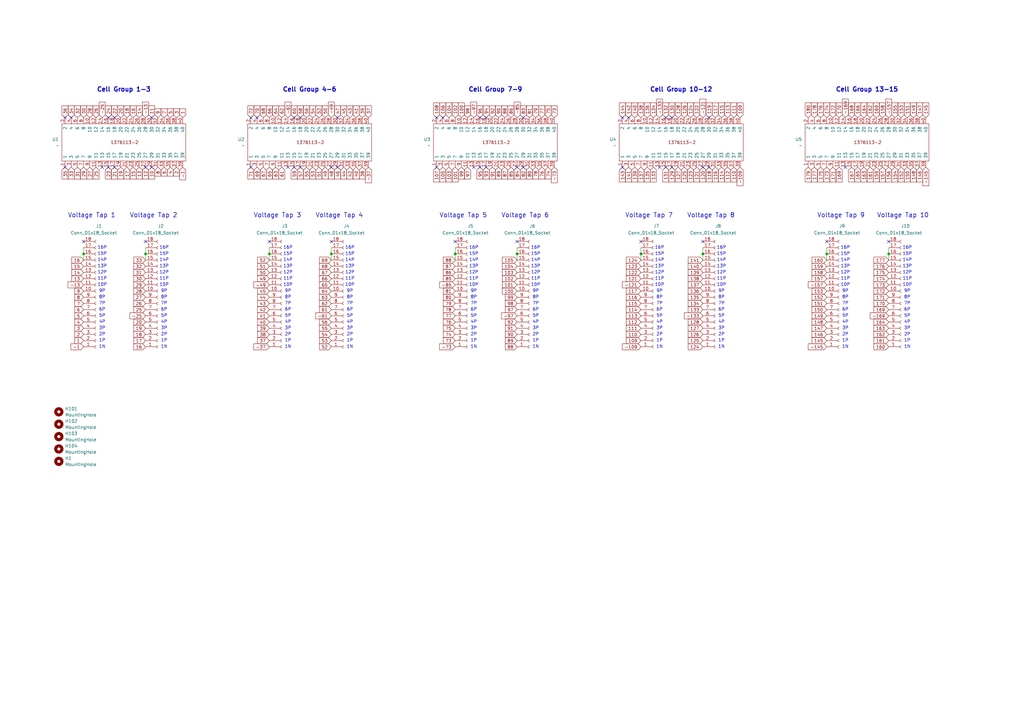
<source format=kicad_sch>
(kicad_sch (version 20250114) (generator "eeschema") (generator_version "9.0")
  (paper "A3")
  (text "2P" (at 67.31 137.16 0) (effects (font (size 1.27 1.27))))
  (text "Voltage Tap 10" (at 370.332 88.392 0) (effects (font (size 1.8288 1.8288) (thickness 0.2032))))
  (text "9P" (at 372.11 119.38 0) (effects (font (size 1.27 1.27))))
  (text "6P" (at 41.91 127 0) (effects (font (size 1.27 1.27))))
  (text "6P" (at 270.51 127 0) (effects (font (size 1.27 1.27))))
  (text "9P" (at 194.31 119.38 0) (effects (font (size 1.27 1.27))))
  (text "1P\n" (at 219.71 139.7 0) (effects (font (size 1.27 1.27))))
  (text "5P" (at 194.31 129.54 0) (effects (font (size 1.27 1.27))))
  (text "Voltage Tap 9" (at 344.932 88.392 0) (effects (font (size 1.8288 1.8288) (thickness 0.2032))))
  (text "4P" (at 41.91 132.08 0) (effects (font (size 1.27 1.27))))
  (text "10P" (at 143.51 116.84 0) (effects (font (size 1.27 1.27))))
  (text "12P" (at 270.51 111.76 0) (effects (font (size 1.27 1.27))))
  (text "15P" (at 372.11 104.14 0) (effects (font (size 1.27 1.27))))
  (text "4P" (at 118.11 132.08 0) (effects (font (size 1.27 1.27))))
  (text "Voltage Tap 7" (at 266.192 88.392 0) (effects (font (size 1.8288 1.8288) (thickness 0.2032))))
  (text "15P" (at 346.71 104.14 0) (effects (font (size 1.27 1.27))))
  (text "15P" (at 295.91 104.14 0) (effects (font (size 1.27 1.27))))
  (text "2P" (at 219.71 137.16 0) (effects (font (size 1.27 1.27))))
  (text "10P" (at 270.51 116.84 0) (effects (font (size 1.27 1.27))))
  (text "13P" (at 41.91 109.22 0) (effects (font (size 1.27 1.27))))
  (text "1P\n" (at 346.71 139.7 0) (effects (font (size 1.27 1.27))))
  (text "1N" (at 143.51 142.24 0) (effects (font (size 1.27 1.27))))
  (text "Cell Group 7-9" (at 203.2 36.83 0) (effects (font (size 1.8288 1.8288) (thickness 0.3658) (bold yes))))
  (text "Cell Group 10-12" (at 279.4 36.83 0) (effects (font (size 1.8288 1.8288) (thickness 0.3658) (bold yes))))
  (text "1P\n" (at 194.31 139.7 0) (effects (font (size 1.27 1.27))))
  (text "16P" (at 270.51 101.6 0) (effects (font (size 1.27 1.27))))
  (text "2P" (at 346.71 137.16 0) (effects (font (size 1.27 1.27))))
  (text "7P\n" (at 295.91 124.46 0) (effects (font (size 1.27 1.27))))
  (text "5P" (at 346.71 129.54 0) (effects (font (size 1.27 1.27))))
  (text "8P" (at 219.71 121.92 0) (effects (font (size 1.27 1.27))))
  (text "1P\n" (at 270.51 139.7 0) (effects (font (size 1.27 1.27))))
  (text "16P" (at 372.11 101.6 0) (effects (font (size 1.27 1.27))))
  (text "1N" (at 219.71 142.24 0) (effects (font (size 1.27 1.27))))
  (text "9P" (at 41.91 119.38 0) (effects (font (size 1.27 1.27))))
  (text "4P" (at 67.31 132.08 0) (effects (font (size 1.27 1.27))))
  (text "2P" (at 41.91 137.16 0) (effects (font (size 1.27 1.27))))
  (text "11P" (at 41.91 114.3 0) (effects (font (size 1.27 1.27))))
  (text "5P" (at 372.11 129.54 0) (effects (font (size 1.27 1.27))))
  (text "8P" (at 118.11 121.92 0) (effects (font (size 1.27 1.27))))
  (text "4P" (at 346.71 132.08 0) (effects (font (size 1.27 1.27))))
  (text "11P" (at 219.71 114.3 0) (effects (font (size 1.27 1.27))))
  (text "1N" (at 346.71 142.24 0) (effects (font (size 1.27 1.27))))
  (text "1N" (at 194.31 142.24 0) (effects (font (size 1.27 1.27))))
  (text "7P\n" (at 194.31 124.46 0) (effects (font (size 1.27 1.27))))
  (text "4P" (at 219.71 132.08 0) (effects (font (size 1.27 1.27))))
  (text "13P" (at 346.71 109.22 0) (effects (font (size 1.27 1.27))))
  (text "13P" (at 194.31 109.22 0) (effects (font (size 1.27 1.27))))
  (text "11P" (at 67.31 114.3 0) (effects (font (size 1.27 1.27))))
  (text "1N" (at 67.31 142.24 0) (effects (font (size 1.27 1.27))))
  (text "2P" (at 270.51 137.16 0) (effects (font (size 1.27 1.27))))
  (text "3P" (at 118.11 134.62 0) (effects (font (size 1.27 1.27))))
  (text "16P" (at 219.71 101.6 0) (effects (font (size 1.27 1.27))))
  (text "11P" (at 270.51 114.3 0) (effects (font (size 1.27 1.27))))
  (text "11P" (at 143.51 114.3 0) (effects (font (size 1.27 1.27))))
  (text "1N" (at 270.51 142.24 0) (effects (font (size 1.27 1.27))))
  (text "14P" (at 118.11 106.68 0) (effects (font (size 1.27 1.27))))
  (text "1P\n" (at 372.11 139.7 0) (effects (font (size 1.27 1.27))))
  (text "3P" (at 346.71 134.62 0) (effects (font (size 1.27 1.27))))
  (text "12P" (at 219.71 111.76 0) (effects (font (size 1.27 1.27))))
  (text "6P" (at 346.71 127 0) (effects (font (size 1.27 1.27))))
  (text "Voltage Tap 4" (at 139.192 88.392 0) (effects (font (size 1.8288 1.8288) (thickness 0.2032))))
  (text "8P" (at 143.51 121.92 0) (effects (font (size 1.27 1.27))))
  (text "2P" (at 118.11 137.16 0) (effects (font (size 1.27 1.27))))
  (text "5P" (at 270.51 129.54 0) (effects (font (size 1.27 1.27))))
  (text "7P\n" (at 270.51 124.46 0) (effects (font (size 1.27 1.27))))
  (text "7P\n" (at 67.31 124.46 0) (effects (font (size 1.27 1.27))))
  (text "13P" (at 270.51 109.22 0) (effects (font (size 1.27 1.27))))
  (text "Cell Group 1-3\n" (at 50.8 36.83 0) (effects (font (size 1.8288 1.8288) (thickness 0.3658) (bold yes))))
  (text "3P" (at 372.11 134.62 0) (effects (font (size 1.27 1.27))))
  (text "6P" (at 67.31 127 0) (effects (font (size 1.27 1.27))))
  (text "11P" (at 194.31 114.3 0) (effects (font (size 1.27 1.27))))
  (text "7P\n" (at 143.51 124.46 0) (effects (font (size 1.27 1.27))))
  (text "14P" (at 143.51 106.68 0) (effects (font (size 1.27 1.27))))
  (text "9P" (at 143.51 119.38 0) (effects (font (size 1.27 1.27))))
  (text "1P\n" (at 295.91 139.7 0) (effects (font (size 1.27 1.27))))
  (text "12P" (at 346.71 111.76 0) (effects (font (size 1.27 1.27))))
  (text "10P" (at 41.91 116.84 0) (effects (font (size 1.27 1.27))))
  (text "14P" (at 194.31 106.68 0) (effects (font (size 1.27 1.27))))
  (text "1N" (at 295.91 142.24 0) (effects (font (size 1.27 1.27))))
  (text "10P" (at 194.31 116.84 0) (effects (font (size 1.27 1.27))))
  (text "16P" (at 143.51 101.6 0) (effects (font (size 1.27 1.27))))
  (text "7P\n" (at 346.71 124.46 0) (effects (font (size 1.27 1.27))))
  (text "1P\n" (at 41.91 139.7 0) (effects (font (size 1.27 1.27))))
  (text "11P" (at 118.11 114.3 0) (effects (font (size 1.27 1.27))))
  (text "4P" (at 295.91 132.08 0) (effects (font (size 1.27 1.27))))
  (text "8P" (at 67.31 121.92 0) (effects (font (size 1.27 1.27))))
  (text "Voltage Tap 5" (at 189.992 88.392 0) (effects (font (size 1.8288 1.8288) (thickness 0.2032))))
  (text "9P" (at 118.11 119.38 0) (effects (font (size 1.27 1.27))))
  (text "3P" (at 143.51 134.62 0) (effects (font (size 1.27 1.27))))
  (text "3P" (at 41.91 134.62 0) (effects (font (size 1.27 1.27))))
  (text "6P" (at 372.11 127 0) (effects (font (size 1.27 1.27))))
  (text "5P" (at 295.91 129.54 0) (effects (font (size 1.27 1.27))))
  (text "10P" (at 372.11 116.84 0) (effects (font (size 1.27 1.27))))
  (text "12P" (at 143.51 111.76 0) (effects (font (size 1.27 1.27))))
  (text "13P" (at 118.11 109.22 0) (effects (font (size 1.27 1.27))))
  (text "Cell Group 4-6" (at 127 36.83 0) (effects (font (size 1.8288 1.8288) (thickness 0.3658) (bold yes))))
  (text "9P" (at 67.31 119.38 0) (effects (font (size 1.27 1.27))))
  (text "5P" (at 219.71 129.54 0) (effects (font (size 1.27 1.27))))
  (text "16P" (at 41.91 101.6 0) (effects (font (size 1.27 1.27))))
  (text "10P" (at 67.31 116.84 0) (effects (font (size 1.27 1.27))))
  (text "Voltage Tap 1\n" (at 37.592 88.392 0) (effects (font (size 1.8288 1.8288) (thickness 0.2032))))
  (text "5P" (at 143.51 129.54 0) (effects (font (size 1.27 1.27))))
  (text "3P" (at 295.91 134.62 0) (effects (font (size 1.27 1.27))))
  (text "15P" (at 194.31 104.14 0) (effects (font (size 1.27 1.27))))
  (text "12P" (at 118.11 111.76 0) (effects (font (size 1.27 1.27))))
  (text "3P" (at 67.31 134.62 0) (effects (font (size 1.27 1.27))))
  (text "12P" (at 295.91 111.76 0) (effects (font (size 1.27 1.27))))
  (text "4P" (at 270.51 132.08 0) (effects (font (size 1.27 1.27))))
  (text "1P\n" (at 67.31 139.7 0) (effects (font (size 1.27 1.27))))
  (text "14P" (at 41.91 106.68 0) (effects (font (size 1.27 1.27))))
  (text "10P" (at 295.91 116.84 0) (effects (font (size 1.27 1.27))))
  (text "8P" (at 270.51 121.92 0) (effects (font (size 1.27 1.27))))
  (text "6P" (at 295.91 127 0) (effects (font (size 1.27 1.27))))
  (text "5P" (at 41.91 129.54 0) (effects (font (size 1.27 1.27))))
  (text "5P" (at 67.31 129.54 0) (effects (font (size 1.27 1.27))))
  (text "16P" (at 346.71 101.6 0) (effects (font (size 1.27 1.27))))
  (text "3P" (at 219.71 134.62 0) (effects (font (size 1.27 1.27))))
  (text "16P" (at 118.11 101.6 0) (effects (font (size 1.27 1.27))))
  (text "13P" (at 372.11 109.22 0) (effects (font (size 1.27 1.27))))
  (text "13P" (at 67.31 109.22 0) (effects (font (size 1.27 1.27))))
  (text "8P" (at 194.31 121.92 0) (effects (font (size 1.27 1.27))))
  (text "16P" (at 67.31 101.6 0) (effects (font (size 1.27 1.27))))
  (text "8P" (at 41.91 121.92 0) (effects (font (size 1.27 1.27))))
  (text "1P\n" (at 143.51 139.7 0) (effects (font (size 1.27 1.27))))
  (text "1N" (at 372.11 142.24 0) (effects (font (size 1.27 1.27))))
  (text "12P" (at 67.31 111.76 0) (effects (font (size 1.27 1.27))))
  (text "15P" (at 118.11 104.14 0) (effects (font (size 1.27 1.27))))
  (text "2P" (at 194.31 137.16 0) (effects (font (size 1.27 1.27))))
  (text "13P" (at 219.71 109.22 0) (effects (font (size 1.27 1.27))))
  (text "11P" (at 372.11 114.3 0) (effects (font (size 1.27 1.27))))
  (text "Voltage Tap 6" (at 215.392 88.392 0) (effects (font (size 1.8288 1.8288) (thickness 0.2032))))
  (text "16P" (at 295.91 101.6 0) (effects (font (size 1.27 1.27))))
  (text "6P" (at 194.31 127 0) (effects (font (size 1.27 1.27))))
  (text "1P\n" (at 118.11 139.7 0) (effects (font (size 1.27 1.27))))
  (text "4P" (at 194.31 132.08 0) (effects (font (size 1.27 1.27))))
  (text "Cell Group 13-15\n" (at 355.6 36.83 0) (effects (font (size 1.8288 1.8288) (thickness 0.3658) (bold yes))))
  (text "2P" (at 143.51 137.16 0) (effects (font (size 1.27 1.27))))
  (text "13P" (at 295.91 109.22 0) (effects (font (size 1.27 1.27))))
  (text "2P" (at 295.91 137.16 0) (effects (font (size 1.27 1.27))))
  (text "14P" (at 67.31 106.68 0) (effects (font (size 1.27 1.27))))
  (text "11P" (at 295.91 114.3 0) (effects (font (size 1.27 1.27))))
  (text "12P" (at 41.91 111.76 0) (effects (font (size 1.27 1.27))))
  (text "12P" (at 194.31 111.76 0) (effects (font (size 1.27 1.27))))
  (text "15P" (at 219.71 104.14 0) (effects (font (size 1.27 1.27))))
  (text "14P" (at 219.71 106.68 0) (effects (font (size 1.27 1.27))))
  (text "8P" (at 346.71 121.92 0) (effects (font (size 1.27 1.27))))
  (text "7P\n" (at 41.91 124.46 0) (effects (font (size 1.27 1.27))))
  (text "14P" (at 346.71 106.68 0) (effects (font (size 1.27 1.27))))
  (text "6P" (at 143.51 127 0) (effects (font (size 1.27 1.27))))
  (text "7P\n" (at 219.71 124.46 0) (effects (font (size 1.27 1.27))))
  (text "5P" (at 118.11 129.54 0) (effects (font (size 1.27 1.27))))
  (text "8P" (at 372.11 121.92 0) (effects (font (size 1.27 1.27))))
  (text "8P" (at 295.91 121.92 0) (effects (font (size 1.27 1.27))))
  (text "4P" (at 143.51 132.08 0) (effects (font (size 1.27 1.27))))
  (text "16P" (at 194.31 101.6 0) (effects (font (size 1.27 1.27))))
  (text "14P" (at 372.11 106.68 0) (effects (font (size 1.27 1.27))))
  (text "4P" (at 372.11 132.08 0) (effects (font (size 1.27 1.27))))
  (text "10P" (at 346.71 116.84 0) (effects (font (size 1.27 1.27))))
  (text "7P\n" (at 118.11 124.46 0) (effects (font (size 1.27 1.27))))
  (text "12P" (at 372.11 111.76 0) (effects (font (size 1.27 1.27))))
  (text "3P" (at 270.51 134.62 0) (effects (font (size 1.27 1.27))))
  (text "9P" (at 346.71 119.38 0) (effects (font (size 1.27 1.27))))
  (text "6P" (at 219.71 127 0) (effects (font (size 1.27 1.27))))
  (text "1N" (at 41.91 142.24 0) (effects (font (size 1.27 1.27))))
  (text "15P" (at 270.51 104.14 0) (effects (font (size 1.27 1.27))))
  (text "9P" (at 295.91 119.38 0) (effects (font (size 1.27 1.27))))
  (text "9P" (at 270.51 119.38 0) (effects (font (size 1.27 1.27))))
  (text "15P" (at 143.51 104.14 0) (effects (font (size 1.27 1.27))))
  (text "11P" (at 346.71 114.3 0) (effects (font (size 1.27 1.27))))
  (text "14P" (at 270.51 106.68 0) (effects (font (size 1.27 1.27))))
  (text "3P" (at 194.31 134.62 0) (effects (font (size 1.27 1.27))))
  (text "1N" (at 118.11 142.24 0) (effects (font (size 1.27 1.27))))
  (text "6P" (at 118.11 127 0) (effects (font (size 1.27 1.27))))
  (text "9P" (at 219.71 119.38 0) (effects (font (size 1.27 1.27))))
  (text "10P" (at 219.71 116.84 0) (effects (font (size 1.27 1.27))))
  (text "Voltage Tap 2" (at 62.992 88.392 0) (effects (font (size 1.8288 1.8288) (thickness 0.2032))))
  (text "7P\n" (at 372.11 124.46 0) (effects (font (size 1.27 1.27))))
  (text "10P" (at 118.11 116.84 0) (effects (font (size 1.27 1.27))))
  (text "15P" (at 41.91 104.14 0) (effects (font (size 1.27 1.27))))
  (text "2P" (at 372.11 137.16 0) (effects (font (size 1.27 1.27))))
  (text "14P" (at 295.91 106.68 0) (effects (font (size 1.27 1.27))))
  (text "13P" (at 143.51 109.22 0) (effects (font (size 1.27 1.27))))
  (text "Voltage Tap 8" (at 291.592 88.392 0) (effects (font (size 1.8288 1.8288) (thickness 0.2032))))
  (text "15P" (at 67.31 104.14 0) (effects (font (size 1.27 1.27))))
  (text "Voltage Tap 3" (at 113.792 88.392 0) (effects (font (size 1.8288 1.8288) (thickness 0.2032))))
  (junction (at 59.69 104.14))
  (junction (at 339.09 104.14))
  (junction (at 364.49 104.14))
  (junction (at 135.89 104.14))
  (junction (at 34.29 104.14))
  (junction (at 288.29 104.14))
  (junction (at 212.09 104.14))
  (junction (at 110.49 104.14))
  (junction (at 186.69 104.14))
  (junction (at 262.89 104.14))
  (no_connect (at 44.45 48.26))
  (no_connect (at 181.61 48.26))
  (no_connect (at 34.29 99.06))
  (no_connect (at 212.09 99.06))
  (no_connect (at 138.43 68.58))
  (no_connect (at 186.69 99.06))
  (no_connect (at 120.65 68.58))
  (no_connect (at 214.63 68.58))
  (no_connect (at 62.23 48.26))
  (no_connect (at 194.31 68.58))
  (no_connect (at 288.29 99.06))
  (no_connect (at 196.85 48.26))
  (no_connect (at 257.81 48.26))
  (no_connect (at 270.51 68.58))
  (no_connect (at 290.83 68.58))
  (no_connect (at 214.63 48.26))
  (no_connect (at 44.45 68.58))
  (no_connect (at 346.71 68.58))
  (no_connect (at 273.05 68.58))
  (no_connect (at 339.09 99.06))
  (no_connect (at 105.41 48.26))
  (no_connect (at 199.39 48.26))
  (no_connect (at 212.09 68.58))
  (no_connect (at 102.87 48.26))
  (no_connect (at 138.43 48.26))
  (no_connect (at 123.19 68.58))
  (no_connect (at 179.07 48.26))
  (no_connect (at 288.29 68.58))
  (no_connect (at 41.91 68.58))
  (no_connect (at 135.89 68.58))
  (no_connect (at 273.05 48.26))
  (no_connect (at 46.99 68.58))
  (no_connect (at 118.11 68.58))
  (no_connect (at 123.19 48.26))
  (no_connect (at 290.83 48.26))
  (no_connect (at 62.23 68.58))
  (no_connect (at 199.39 68.58))
  (no_connect (at 59.69 99.06))
  (no_connect (at 262.89 99.06))
  (no_connect (at 179.07 68.58))
  (no_connect (at 110.49 99.06))
  (no_connect (at 255.27 68.58))
  (no_connect (at 26.67 68.58))
  (no_connect (at 46.99 48.26))
  (no_connect (at 102.87 68.58))
  (no_connect (at 275.59 48.26))
  (no_connect (at 364.49 99.06))
  (no_connect (at 275.59 68.58))
  (no_connect (at 255.27 48.26))
  (no_connect (at 196.85 68.58))
  (no_connect (at 26.67 48.26))
  (no_connect (at 29.21 48.26))
  (no_connect (at 59.69 68.58))
  (no_connect (at 120.65 48.26))
  (no_connect (at 135.89 99.06))
  (wire (pts (xy 110.49 101.6) (xy 110.49 104.14)))
  (wire (pts (xy 288.29 104.14) (xy 288.29 106.68)))
  (wire (pts (xy 110.49 104.14) (xy 110.49 106.68)))
  (wire (pts (xy 364.49 101.6) (xy 364.49 104.14)))
  (wire (pts (xy 59.69 104.14) (xy 59.69 106.68)))
  (wire (pts (xy 262.89 101.6) (xy 262.89 104.14)))
  (wire (pts (xy 212.09 101.6) (xy 212.09 104.14)))
  (wire (pts (xy 186.69 104.14) (xy 186.69 106.68)))
  (wire (pts (xy 339.09 104.14) (xy 339.09 106.68)))
  (wire (pts (xy 59.69 101.6) (xy 59.69 104.14)))
  (wire (pts (xy 212.09 104.14) (xy 212.09 106.68)))
  (wire (pts (xy 262.89 104.14) (xy 262.89 106.68)))
  (wire (pts (xy 288.29 101.6) (xy 288.29 104.14)))
  (wire (pts (xy 34.29 101.6) (xy 34.29 104.14)))
  (wire (pts (xy 364.49 104.14) (xy 364.49 106.68)))
  (wire (pts (xy 34.29 104.14) (xy 34.29 106.68)))
  (wire (pts (xy 135.89 104.14) (xy 135.89 106.68)))
  (wire (pts (xy 339.09 101.6) (xy 339.09 104.14)))
  (wire (pts (xy 186.69 101.6) (xy 186.69 104.14)))
  (wire (pts (xy 135.89 101.6) (xy 135.89 104.14)))
  (global_label "144" (shape input) (at 255.27 48.26 90) (property "Intersheetrefs" "${INTERSHEET_REFS}" (effects (hide yes))))
  (global_label "155" (shape input) (at 367.03 48.26 90) (property "Intersheetrefs" "${INTERSHEET_REFS}" (effects (hide yes))))
  (global_label "149" (shape input) (at 374.65 48.26 90) (property "Intersheetrefs" "${INTERSHEET_REFS}" (effects (hide yes))))
  (global_label "127" (shape input) (at 288.29 134.62 180) (property "Intersheetrefs" "${INTERSHEET_REFS}" (effects (hide yes))))
  (global_label "16" (shape input) (at 54.61 48.26 90) (property "Intersheetrefs" "${INTERSHEET_REFS}" (effects (hide yes))))
  (global_label "101" (shape input) (at 186.69 68.58 270) (property "Intersheetrefs" "${INTERSHEET_REFS}" (effects (hide yes))))
  (global_label "169" (shape input) (at 364.49 127 180) (property "Intersheetrefs" "${INTERSHEET_REFS}" (effects (hide yes))))
  (global_label "40" (shape input) (at 146.05 68.58 270) (property "Intersheetrefs" "${INTERSHEET_REFS}" (effects (hide yes))))
  (global_label "9" (shape input) (at 34.29 119.38 180) (property "Intersheetrefs" "${INTERSHEET_REFS}" (effects (hide yes))))
  (global_label "162" (shape input) (at 364.49 137.16 180) (property "Intersheetrefs" "${INTERSHEET_REFS}" (effects (hide yes))))
  (global_label "81" (shape input) (at 217.17 48.26 90) (property "Intersheetrefs" "${INTERSHEET_REFS}" (effects (hide yes))))
  (global_label "98" (shape input) (at 212.09 124.46 180) (property "Intersheetrefs" "${INTERSHEET_REFS}" (effects (hide yes))))
  (global_label "160" (shape input) (at 359.41 48.26 90) (property "Intersheetrefs" "${INTERSHEET_REFS}" (effects (hide yes))))
  (global_label "-85" (shape input) (at 212.09 48.26 90) (property "Intersheetrefs" "${INTERSHEET_REFS}" (effects (hide yes))))
  (global_label "87" (shape input) (at 186.69 109.22 180) (property "Intersheetrefs" "${INTERSHEET_REFS}" (effects (hide yes))))
  (global_label "139" (shape input) (at 288.29 111.76 180) (property "Intersheetrefs" "${INTERSHEET_REFS}" (effects (hide yes))))
  (global_label "179" (shape input) (at 331.47 68.58 270) (property "Intersheetrefs" "${INTERSHEET_REFS}" (effects (hide yes))))
  (global_label "65" (shape input) (at 135.89 116.84 180) (property "Intersheetrefs" "${INTERSHEET_REFS}" (effects (hide yes))))
  (global_label "125" (shape input) (at 288.29 139.7 180) (property "Intersheetrefs" "${INTERSHEET_REFS}" (effects (hide yes))))
  (global_label "156" (shape input) (at 364.49 68.58 270) (property "Intersheetrefs" "${INTERSHEET_REFS}" (effects (hide yes))))
  (global_label "89" (shape input) (at 204.47 68.58 270) (property "Intersheetrefs" "${INTERSHEET_REFS}" (effects (hide yes))))
  (global_label "88" (shape input) (at 207.01 48.26 90) (property "Intersheetrefs" "${INTERSHEET_REFS}" (effects (hide yes))))
  (global_label "45" (shape input) (at 140.97 48.26 90) (property "Intersheetrefs" "${INTERSHEET_REFS}" (effects (hide yes))))
  (global_label "29" (shape input) (at 34.29 68.58 270) (property "Intersheetrefs" "${INTERSHEET_REFS}" (effects (hide yes))))
  (global_label "31" (shape input) (at 59.69 111.76 180) (property "Intersheetrefs" "${INTERSHEET_REFS}" (effects (hide yes))))
  (global_label "64" (shape input) (at 135.89 119.38 180) (property "Intersheetrefs" "${INTERSHEET_REFS}" (effects (hide yes))))
  (global_label "11" (shape input) (at 62.23 48.26 90) (property "Intersheetrefs" "${INTERSHEET_REFS}" (effects (hide yes))))
  (global_label "141" (shape input) (at 288.29 106.68 180) (property "Intersheetrefs" "${INTERSHEET_REFS}" (effects (hide yes))))
  (global_label "-157" (shape input) (at 339.09 116.84 180) (property "Intersheetrefs" "${INTERSHEET_REFS}" (effects (hide yes))))
  (global_label "7" (shape input) (at 67.31 48.26 90) (property "Intersheetrefs" "${INTERSHEET_REFS}" (effects (hide yes))))
  (global_label "-85" (shape input) (at 186.69 116.84 180) (property "Intersheetrefs" "${INTERSHEET_REFS}" (effects (hide yes))))
  (global_label "78" (shape input) (at 219.71 68.58 270) (property "Intersheetrefs" "${INTERSHEET_REFS}" (effects (hide yes))))
  (global_label "109" (shape input) (at 303.53 48.26 90) (property "Intersheetrefs" "${INTERSHEET_REFS}" (effects (hide yes))))
  (global_label "49" (shape input) (at 110.49 114.3 180) (property "Intersheetrefs" "${INTERSHEET_REFS}" (effects (hide yes))))
  (global_label "153" (shape input) (at 369.57 48.26 90) (property "Intersheetrefs" "${INTERSHEET_REFS}" (effects (hide yes))))
  (global_label "106" (shape input) (at 181.61 48.26 90) (property "Intersheetrefs" "${INTERSHEET_REFS}" (effects (hide yes))))
  (global_label "136" (shape input) (at 288.29 119.38 180) (property "Intersheetrefs" "${INTERSHEET_REFS}" (effects (hide yes))))
  (global_label "77" (shape input) (at 186.69 129.54 180) (property "Intersheetrefs" "${INTERSHEET_REFS}" (effects (hide yes))))
  (global_label "32" (shape input) (at 31.75 48.26 90) (property "Intersheetrefs" "${INTERSHEET_REFS}" (effects (hide yes))))
  (global_label "41" (shape input) (at 110.49 129.54 180) (property "Intersheetrefs" "${INTERSHEET_REFS}" (effects (hide yes))))
  (global_label "-109" (shape input) (at 262.89 142.24 180) (property "Intersheetrefs" "${INTERSHEET_REFS}" (effects (hide yes))))
  (global_label "92" (shape input) (at 201.93 48.26 90) (property "Intersheetrefs" "${INTERSHEET_REFS}" (effects (hide yes))))
  (global_label "25" (shape input) (at 59.69 127 180) (property "Intersheetrefs" "${INTERSHEET_REFS}" (effects (hide yes))))
  (global_label "130" (shape input) (at 275.59 48.26 90) (property "Intersheetrefs" "${INTERSHEET_REFS}" (effects (hide yes))))
  (global_label "110" (shape input) (at 300.99 68.58 270) (property "Intersheetrefs" "${INTERSHEET_REFS}" (effects (hide yes))))
  (global_label "140" (shape input) (at 260.35 48.26 90) (property "Intersheetrefs" "${INTERSHEET_REFS}" (effects (hide yes))))
  (global_label "142" (shape input) (at 257.81 48.26 90) (property "Intersheetrefs" "${INTERSHEET_REFS}" (effects (hide yes))))
  (global_label "1" (shape input) (at 74.93 48.26 90) (property "Intersheetrefs" "${INTERSHEET_REFS}" (effects (hide yes))))
  (global_label "160" (shape input) (at 339.09 106.68 180) (property "Intersheetrefs" "${INTERSHEET_REFS}" (effects (hide yes))))
  (global_label "62" (shape input) (at 115.57 48.26 90) (property "Intersheetrefs" "${INTERSHEET_REFS}" (effects (hide yes))))
  (global_label "103" (shape input) (at 184.15 68.58 270) (property "Intersheetrefs" "${INTERSHEET_REFS}" (effects (hide yes))))
  (global_label "73" (shape input) (at 227.33 48.26 90) (property "Intersheetrefs" "${INTERSHEET_REFS}" (effects (hide yes))))
  (global_label "87" (shape input) (at 207.01 68.58 270) (property "Intersheetrefs" "${INTERSHEET_REFS}" (effects (hide yes))))
  (global_label "58" (shape input) (at 123.19 48.26 90) (property "Intersheetrefs" "${INTERSHEET_REFS}" (effects (hide yes))))
  (global_label "165" (shape input) (at 351.79 68.58 270) (property "Intersheetrefs" "${INTERSHEET_REFS}" (effects (hide yes))))
  (global_label "-13" (shape input) (at 34.29 116.84 180) (property "Intersheetrefs" "${INTERSHEET_REFS}" (effects (hide yes))))
  (global_label "2" (shape input) (at 34.29 137.16 180) (property "Intersheetrefs" "${INTERSHEET_REFS}" (effects (hide yes))))
  (global_label "-49" (shape input) (at 110.49 116.84 180) (property "Intersheetrefs" "${INTERSHEET_REFS}" (effects (hide yes))))
  (global_label "85" (shape input) (at 209.55 68.58 270) (property "Intersheetrefs" "${INTERSHEET_REFS}" (effects (hide yes))))
  (global_label "157" (shape input) (at 361.95 68.58 270) (property "Intersheetrefs" "${INTERSHEET_REFS}" (effects (hide yes))))
  (global_label "80" (shape input) (at 217.17 68.58 270) (property "Intersheetrefs" "${INTERSHEET_REFS}" (effects (hide yes))))
  (global_label "91" (shape input) (at 212.09 134.62 180) (property "Intersheetrefs" "${INTERSHEET_REFS}" (effects (hide yes))))
  (global_label "90" (shape input) (at 212.09 137.16 180) (property "Intersheetrefs" "${INTERSHEET_REFS}" (effects (hide yes))))
  (global_label "14" (shape input) (at 57.15 48.26 90) (property "Intersheetrefs" "${INTERSHEET_REFS}" (effects (hide yes))))
  (global_label "-37" (shape input) (at 151.13 68.58 270) (property "Intersheetrefs" "${INTERSHEET_REFS}" (effects (hide yes))))
  (global_label "124" (shape input) (at 283.21 48.26 90) (property "Intersheetrefs" "${INTERSHEET_REFS}" (effects (hide yes))))
  (global_label "114" (shape input) (at 262.89 127 180) (property "Intersheetrefs" "${INTERSHEET_REFS}" (effects (hide yes))))
  (global_label "42" (shape input) (at 110.49 127 180) (property "Intersheetrefs" "${INTERSHEET_REFS}" (effects (hide yes))))
  (global_label "176" (shape input) (at 364.49 109.22 180) (property "Intersheetrefs" "${INTERSHEET_REFS}" (effects (hide yes))))
  (global_label "17" (shape input) (at 52.07 68.58 270) (property "Intersheetrefs" "${INTERSHEET_REFS}" (effects (hide yes))))
  (global_label "111" (shape input) (at 262.89 134.62 180) (property "Intersheetrefs" "${INTERSHEET_REFS}" (effects (hide yes))))
  (global_label "30" (shape input) (at 59.69 114.3 180) (property "Intersheetrefs" "${INTERSHEET_REFS}" (effects (hide yes))))
  (global_label "76" (shape input) (at 186.69 132.08 180) (property "Intersheetrefs" "${INTERSHEET_REFS}" (effects (hide yes))))
  (global_label "17" (shape input) (at 59.69 139.7 180) (property "Intersheetrefs" "${INTERSHEET_REFS}" (effects (hide yes))))
  (global_label "20" (shape input) (at 49.53 48.26 90) (property "Intersheetrefs" "${INTERSHEET_REFS}" (effects (hide yes))))
  (global_label "18" (shape input) (at 52.07 48.26 90) (property "Intersheetrefs" "${INTERSHEET_REFS}" (effects (hide yes))))
  (global_label "12" (shape input) (at 59.69 68.58 270) (property "Intersheetrefs" "${INTERSHEET_REFS}" (effects (hide yes))))
  (global_label "174" (shape input) (at 339.09 48.26 90) (property "Intersheetrefs" "${INTERSHEET_REFS}" (effects (hide yes))))
  (global_label "69" (shape input) (at 105.41 68.58 270) (property "Intersheetrefs" "${INTERSHEET_REFS}" (effects (hide yes))))
  (global_label "28" (shape input) (at 59.69 119.38 180) (property "Intersheetrefs" "${INTERSHEET_REFS}" (effects (hide yes))))
  (global_label "145" (shape input) (at 339.09 139.7 180) (property "Intersheetrefs" "${INTERSHEET_REFS}" (effects (hide yes))))
  (global_label "54" (shape input) (at 135.89 137.16 180) (property "Intersheetrefs" "${INTERSHEET_REFS}" (effects (hide yes))))
  (global_label "78" (shape input) (at 186.69 127 180) (property "Intersheetrefs" "${INTERSHEET_REFS}" (effects (hide yes))))
  (global_label "24" (shape input) (at 44.45 48.26 90) (property "Intersheetrefs" "${INTERSHEET_REFS}" (effects (hide yes))))
  (global_label "157" (shape input) (at 339.09 114.3 180) (property "Intersheetrefs" "${INTERSHEET_REFS}" (effects (hide yes))))
  (global_label "35" (shape input) (at 26.67 68.58 270) (property "Intersheetrefs" "${INTERSHEET_REFS}" (effects (hide yes))))
  (global_label "163" (shape input) (at 354.33 68.58 270) (property "Intersheetrefs" "${INTERSHEET_REFS}" (effects (hide yes))))
  (global_label "174" (shape input) (at 364.49 114.3 180) (property "Intersheetrefs" "${INTERSHEET_REFS}" (effects (hide yes))))
  (global_label "-109" (shape input) (at 303.53 68.58 270) (property "Intersheetrefs" "${INTERSHEET_REFS}" (effects (hide yes))))
  (global_label "38" (shape input) (at 148.59 68.58 270) (property "Intersheetrefs" "${INTERSHEET_REFS}" (effects (hide yes))))
  (global_label "100" (shape input) (at 189.23 48.26 90) (property "Intersheetrefs" "${INTERSHEET_REFS}" (effects (hide yes))))
  (global_label "121" (shape input) (at 262.89 114.3 180) (property "Intersheetrefs" "${INTERSHEET_REFS}" (effects (hide yes))))
  (global_label "16" (shape input) (at 34.29 106.68 180) (property "Intersheetrefs" "${INTERSHEET_REFS}" (effects (hide yes))))
  (global_label "138" (shape input) (at 262.89 48.26 90) (property "Intersheetrefs" "${INTERSHEET_REFS}" (effects (hide yes))))
  (global_label "116" (shape input) (at 262.89 121.92 180) (property "Intersheetrefs" "${INTERSHEET_REFS}" (effects (hide yes))))
  (global_label "117" (shape input) (at 262.89 119.38 180) (property "Intersheetrefs" "${INTERSHEET_REFS}" (effects (hide yes))))
  (global_label "-25" (shape input) (at 59.69 129.54 180) (property "Intersheetrefs" "${INTERSHEET_REFS}" (effects (hide yes))))
  (global_label "169" (shape input) (at 344.17 68.58 270) (property "Intersheetrefs" "${INTERSHEET_REFS}" (effects (hide yes))))
  (global_label "14" (shape input) (at 34.29 111.76 180) (property "Intersheetrefs" "${INTERSHEET_REFS}" (effects (hide yes))))
  (global_label "-13" (shape input) (at 59.69 48.26 90) (property "Intersheetrefs" "${INTERSHEET_REFS}" (effects (hide yes))))
  (global_label "13" (shape input) (at 34.29 114.3 180) (property "Intersheetrefs" "${INTERSHEET_REFS}" (effects (hide yes))))
  (global_label "5" (shape input) (at 34.29 129.54 180) (property "Intersheetrefs" "${INTERSHEET_REFS}" (effects (hide yes))))
  (global_label "128" (shape input) (at 278.13 48.26 90) (property "Intersheetrefs" "${INTERSHEET_REFS}" (effects (hide yes))))
  (global_label "102" (shape input) (at 212.09 114.3 180) (property "Intersheetrefs" "${INTERSHEET_REFS}" (effects (hide yes))))
  (global_label "6" (shape input) (at 67.31 68.58 270) (property "Intersheetrefs" "${INTERSHEET_REFS}" (effects (hide yes))))
  (global_label "132" (shape input) (at 273.05 48.26 90) (property "Intersheetrefs" "${INTERSHEET_REFS}" (effects (hide yes))))
  (global_label "173" (shape input) (at 364.49 116.84 180) (property "Intersheetrefs" "${INTERSHEET_REFS}" (effects (hide yes))))
  (global_label "149" (shape input) (at 339.09 129.54 180) (property "Intersheetrefs" "${INTERSHEET_REFS}" (effects (hide yes))))
  (global_label "126" (shape input) (at 280.67 48.26 90) (property "Intersheetrefs" "${INTERSHEET_REFS}" (effects (hide yes))))
  (global_label "136" (shape input) (at 265.43 48.26 90) (property "Intersheetrefs" "${INTERSHEET_REFS}" (effects (hide yes))))
  (global_label "150" (shape input) (at 339.09 127 180) (property "Intersheetrefs" "${INTERSHEET_REFS}" (effects (hide yes))))
  (global_label "82" (shape input) (at 214.63 68.58 270) (property "Intersheetrefs" "${INTERSHEET_REFS}" (effects (hide yes))))
  (global_label "131" (shape input) (at 273.05 68.58 270) (property "Intersheetrefs" "${INTERSHEET_REFS}" (effects (hide yes))))
  (global_label "105" (shape input) (at 181.61 68.58 270) (property "Intersheetrefs" "${INTERSHEET_REFS}" (effects (hide yes))))
  (global_label "123" (shape input) (at 262.89 109.22 180) (property "Intersheetrefs" "${INTERSHEET_REFS}" (effects (hide yes))))
  (global_label "125" (shape input) (at 280.67 68.58 270) (property "Intersheetrefs" "${INTERSHEET_REFS}" (effects (hide yes))))
  (global_label "-97" (shape input) (at 212.09 129.54 180) (property "Intersheetrefs" "${INTERSHEET_REFS}" (effects (hide yes))))
  (global_label "112" (shape input) (at 262.89 132.08 180) (property "Intersheetrefs" "${INTERSHEET_REFS}" (effects (hide yes))))
  (global_label "55" (shape input) (at 125.73 68.58 270) (property "Intersheetrefs" "${INTERSHEET_REFS}" (effects (hide yes))))
  (global_label "85" (shape input) (at 186.69 114.3 180) (property "Intersheetrefs" "${INTERSHEET_REFS}" (effects (hide yes))))
  (global_label "128" (shape input) (at 288.29 132.08 180) (property "Intersheetrefs" "${INTERSHEET_REFS}" (effects (hide yes))))
  (global_label "172" (shape input) (at 341.63 48.26 90) (property "Intersheetrefs" "${INTERSHEET_REFS}" (effects (hide yes))))
  (global_label "7" (shape input) (at 34.29 124.46 180) (property "Intersheetrefs" "${INTERSHEET_REFS}" (effects (hide yes))))
  (global_label "141" (shape input) (at 257.81 68.58 270) (property "Intersheetrefs" "${INTERSHEET_REFS}" (effects (hide yes))))
  (global_label "-121" (shape input) (at 262.89 116.84 180) (property "Intersheetrefs" "${INTERSHEET_REFS}" (effects (hide yes))))
  (global_label "56" (shape input) (at 135.89 132.08 180) (property "Intersheetrefs" "${INTERSHEET_REFS}" (effects (hide yes))))
  (global_label "34" (shape input) (at 29.21 48.26 90) (property "Intersheetrefs" "${INTERSHEET_REFS}" (effects (hide yes))))
  (global_label "110" (shape input) (at 262.89 137.16 180) (property "Intersheetrefs" "${INTERSHEET_REFS}" (effects (hide yes))))
  (global_label "67" (shape input) (at 135.89 111.76 180) (property "Intersheetrefs" "${INTERSHEET_REFS}" (effects (hide yes))))
  (global_label "-25" (shape input) (at 41.91 48.26 90) (property "Intersheetrefs" "${INTERSHEET_REFS}" (effects (hide yes))))
  (global_label "61" (shape input) (at 135.89 127 180) (property "Intersheetrefs" "${INTERSHEET_REFS}" (effects (hide yes))))
  (global_label "22" (shape input) (at 46.99 48.26 90) (property "Intersheetrefs" "${INTERSHEET_REFS}" (effects (hide yes))))
  (global_label "18" (shape input) (at 59.69 137.16 180) (property "Intersheetrefs" "${INTERSHEET_REFS}" (effects (hide yes))))
  (global_label "61" (shape input) (at 115.57 68.58 270) (property "Intersheetrefs" "${INTERSHEET_REFS}" (effects (hide yes))))
  (global_label "-1" (shape input) (at 34.29 142.24 180) (property "Intersheetrefs" "${INTERSHEET_REFS}" (effects (hide yes))))
  (global_label "53" (shape input) (at 128.27 68.58 270) (property "Intersheetrefs" "${INTERSHEET_REFS}" (effects (hide yes))))
  (global_label "123" (shape input) (at 283.21 68.58 270) (property "Intersheetrefs" "${INTERSHEET_REFS}" (effects (hide yes))))
  (global_label "95" (shape input) (at 196.85 68.58 270) (property "Intersheetrefs" "${INTERSHEET_REFS}" (effects (hide yes))))
  (global_label "19" (shape input) (at 49.53 68.58 270) (property "Intersheetrefs" "${INTERSHEET_REFS}" (effects (hide yes))))
  (global_label "172" (shape input) (at 364.49 119.38 180) (property "Intersheetrefs" "${INTERSHEET_REFS}" (effects (hide yes))))
  (global_label "77" (shape input) (at 222.25 48.26 90) (property "Intersheetrefs" "${INTERSHEET_REFS}" (effects (hide yes))))
  (global_label "6" (shape input) (at 34.29 127 180) (property "Intersheetrefs" "${INTERSHEET_REFS}" (effects (hide yes))))
  (global_label "33" (shape input) (at 59.69 106.68 180) (property "Intersheetrefs" "${INTERSHEET_REFS}" (effects (hide yes))))
  (global_label "15" (shape input) (at 54.61 68.58 270) (property "Intersheetrefs" "${INTERSHEET_REFS}" (effects (hide yes))))
  (global_label "175" (shape input) (at 364.49 111.76 180) (property "Intersheetrefs" "${INTERSHEET_REFS}" (effects (hide yes))))
  (global_label "159" (shape input) (at 339.09 109.22 180) (property "Intersheetrefs" "${INTERSHEET_REFS}" (effects (hide yes))))
  (global_label "118" (shape input) (at 290.83 68.58 270) (property "Intersheetrefs" "${INTERSHEET_REFS}" (effects (hide yes))))
  (global_label "51" (shape input) (at 130.81 68.58 270) (property "Intersheetrefs" "${INTERSHEET_REFS}" (effects (hide yes))))
  (global_label "105" (shape input) (at 212.09 106.68 180) (property "Intersheetrefs" "${INTERSHEET_REFS}" (effects (hide yes))))
  (global_label "138" (shape input) (at 288.29 114.3 180) (property "Intersheetrefs" "${INTERSHEET_REFS}" (effects (hide yes))))
  (global_label "83" (shape input) (at 214.63 48.26 90) (property "Intersheetrefs" "${INTERSHEET_REFS}" (effects (hide yes))))
  (global_label "-73" (shape input) (at 186.69 142.24 180) (property "Intersheetrefs" "${INTERSHEET_REFS}" (effects (hide yes))))
  (global_label "135" (shape input) (at 265.43 68.58 270) (property "Intersheetrefs" "${INTERSHEET_REFS}" (effects (hide yes))))
  (global_label "166" (shape input) (at 351.79 48.26 90) (property "Intersheetrefs" "${INTERSHEET_REFS}" (effects (hide yes))))
  (global_label "122" (shape input) (at 285.75 48.26 90) (property "Intersheetrefs" "${INTERSHEET_REFS}" (effects (hide yes))))
  (global_label "88" (shape input) (at 212.09 142.24 180) (property "Intersheetrefs" "${INTERSHEET_REFS}" (effects (hide yes))))
  (global_label "103" (shape input) (at 212.09 111.76 180) (property "Intersheetrefs" "${INTERSHEET_REFS}" (effects (hide yes))))
  (global_label "122" (shape input) (at 262.89 111.76 180) (property "Intersheetrefs" "${INTERSHEET_REFS}" (effects (hide yes))))
  (global_label "137" (shape input) (at 262.89 68.58 270) (property "Intersheetrefs" "${INTERSHEET_REFS}" (effects (hide yes))))
  (global_label "124" (shape input) (at 288.29 142.24 180) (property "Intersheetrefs" "${INTERSHEET_REFS}" (effects (hide yes))))
  (global_label "-97" (shape input) (at 194.31 48.26 90) (property "Intersheetrefs" "${INTERSHEET_REFS}" (effects (hide yes))))
  (global_label "124" (shape input) (at 262.89 106.68 180) (property "Intersheetrefs" "${INTERSHEET_REFS}" (effects (hide yes))))
  (global_label "71" (shape input) (at 102.87 68.58 270) (property "Intersheetrefs" "${INTERSHEET_REFS}" (effects (hide yes))))
  (global_label "175" (shape input) (at 336.55 68.58 270) (property "Intersheetrefs" "${INTERSHEET_REFS}" (effects (hide yes))))
  (global_label "13" (shape input) (at 57.15 68.58 270) (property "Intersheetrefs" "${INTERSHEET_REFS}" (effects (hide yes))))
  (global_label "143" (shape input) (at 255.27 68.58 270) (property "Intersheetrefs" "${INTERSHEET_REFS}" (effects (hide yes))))
  (global_label "133" (shape input) (at 288.29 127 180) (property "Intersheetrefs" "${INTERSHEET_REFS}" (effects (hide yes))))
  (global_label "171" (shape input) (at 341.63 68.58 270) (property "Intersheetrefs" "${INTERSHEET_REFS}" (effects (hide yes))))
  (global_label "104" (shape input) (at 212.09 109.22 180) (property "Intersheetrefs" "${INTERSHEET_REFS}" (effects (hide yes))))
  (global_label "4" (shape input) (at 69.85 68.58 270) (property "Intersheetrefs" "${INTERSHEET_REFS}" (effects (hide yes))))
  (global_label "40" (shape input) (at 110.49 132.08 180) (property "Intersheetrefs" "${INTERSHEET_REFS}" (effects (hide yes))))
  (global_label "15" (shape input) (at 34.29 109.22 180) (property "Intersheetrefs" "${INTERSHEET_REFS}" (effects (hide yes))))
  (global_label "180" (shape input) (at 331.47 48.26 90) (property "Intersheetrefs" "${INTERSHEET_REFS}" (effects (hide yes))))
  (global_label "48" (shape input) (at 135.89 68.58 270) (property "Intersheetrefs" "${INTERSHEET_REFS}" (effects (hide yes))))
  (global_label "75" (shape input) (at 224.79 48.26 90) (property "Intersheetrefs" "${INTERSHEET_REFS}" (effects (hide yes))))
  (global_label "68" (shape input) (at 107.95 48.26 90) (property "Intersheetrefs" "${INTERSHEET_REFS}" (effects (hide yes))))
  (global_label "79" (shape input) (at 186.69 124.46 180) (property "Intersheetrefs" "${INTERSHEET_REFS}" (effects (hide yes))))
  (global_label "162" (shape input) (at 356.87 48.26 90) (property "Intersheetrefs" "${INTERSHEET_REFS}" (effects (hide yes))))
  (global_label "-73" (shape input) (at 227.33 68.58 270) (property "Intersheetrefs" "${INTERSHEET_REFS}" (effects (hide yes))))
  (global_label "107" (shape input) (at 179.07 68.58 270) (property "Intersheetrefs" "${INTERSHEET_REFS}" (effects (hide yes))))
  (global_label "99" (shape input) (at 189.23 68.58 270) (property "Intersheetrefs" "${INTERSHEET_REFS}" (effects (hide yes))))
  (global_label "4" (shape input) (at 34.29 132.08 180) (property "Intersheetrefs" "${INTERSHEET_REFS}" (effects (hide yes))))
  (global_label "161" (shape input) (at 364.49 139.7 180) (property "Intersheetrefs" "${INTERSHEET_REFS}" (effects (hide yes))))
  (global_label "39" (shape input) (at 110.49 134.62 180) (property "Intersheetrefs" "${INTERSHEET_REFS}" (effects (hide yes))))
  (global_label "50" (shape input) (at 110.49 111.76 180) (property "Intersheetrefs" "${INTERSHEET_REFS}" (effects (hide yes))))
  (global_label "21" (shape input) (at 46.99 68.58 270) (property "Intersheetrefs" "${INTERSHEET_REFS}" (effects (hide yes))))
  (global_label "109" (shape input) (at 262.89 139.7 180) (property "Intersheetrefs" "${INTERSHEET_REFS}" (effects (hide yes))))
  (global_label "42" (shape input) (at 143.51 68.58 270) (property "Intersheetrefs" "${INTERSHEET_REFS}" (effects (hide yes))))
  (global_label "25" (shape input) (at 39.37 68.58 270) (property "Intersheetrefs" "${INTERSHEET_REFS}" (effects (hide yes))))
  (global_label "10" (shape input) (at 62.23 68.58 270) (property "Intersheetrefs" "${INTERSHEET_REFS}" (effects (hide yes))))
  (global_label "62" (shape input) (at 135.89 124.46 180) (property "Intersheetrefs" "${INTERSHEET_REFS}" (effects (hide yes))))
  (global_label "177" (shape input) (at 334.01 68.58 270) (property "Intersheetrefs" "${INTERSHEET_REFS}" (effects (hide yes))))
  (global_label "70" (shape input) (at 105.41 48.26 90) (property "Intersheetrefs" "${INTERSHEET_REFS}" (effects (hide yes))))
  (global_label "52" (shape input) (at 135.89 142.24 180) (property "Intersheetrefs" "${INTERSHEET_REFS}" (effects (hide yes))))
  (global_label "50" (shape input) (at 133.35 48.26 90) (property "Intersheetrefs" "${INTERSHEET_REFS}" (effects (hide yes))))
  (global_label "93" (shape input) (at 199.39 68.58 270) (property "Intersheetrefs" "${INTERSHEET_REFS}" (effects (hide yes))))
  (global_label "178" (shape input) (at 334.01 48.26 90) (property "Intersheetrefs" "${INTERSHEET_REFS}" (effects (hide yes))))
  (global_label "37" (shape input) (at 110.49 139.7 180) (property "Intersheetrefs" "${INTERSHEET_REFS}" (effects (hide yes))))
  (global_label "137" (shape input) (at 288.29 116.84 180) (property "Intersheetrefs" "${INTERSHEET_REFS}" (effects (hide yes))))
  (global_label "67" (shape input) (at 107.95 68.58 270) (property "Intersheetrefs" "${INTERSHEET_REFS}" (effects (hide yes))))
  (global_label "98" (shape input) (at 191.77 48.26 90) (property "Intersheetrefs" "${INTERSHEET_REFS}" (effects (hide yes))))
  (global_label "170" (shape input) (at 364.49 124.46 180) (property "Intersheetrefs" "${INTERSHEET_REFS}" (effects (hide yes))))
  (global_label "151" (shape input) (at 372.11 48.26 90) (property "Intersheetrefs" "${INTERSHEET_REFS}" (effects (hide yes))))
  (global_label "-1" (shape input) (at 74.93 68.58 270) (property "Intersheetrefs" "${INTERSHEET_REFS}" (effects (hide yes))))
  (global_label "3" (shape input) (at 34.29 134.62 180) (property "Intersheetrefs" "${INTERSHEET_REFS}" (effects (hide yes))))
  (global_label "133" (shape input) (at 267.97 68.58 270) (property "Intersheetrefs" "${INTERSHEET_REFS}" (effects (hide yes))))
  (global_label "-121" (shape input) (at 288.29 48.26 90) (property "Intersheetrefs" "${INTERSHEET_REFS}" (effects (hide yes))))
  (global_label "74" (shape input) (at 186.69 137.16 180) (property "Intersheetrefs" "${INTERSHEET_REFS}" (effects (hide yes))))
  (global_label "79" (shape input) (at 219.71 48.26 90) (property "Intersheetrefs" "${INTERSHEET_REFS}" (effects (hide yes))))
  (global_label "29" (shape input) (at 59.69 116.84 180) (property "Intersheetrefs" "${INTERSHEET_REFS}" (effects (hide yes))))
  (global_label "104" (shape input) (at 184.15 48.26 90) (property "Intersheetrefs" "${INTERSHEET_REFS}" (effects (hide yes))))
  (global_label "-157" (shape input) (at 364.49 48.26 90) (property "Intersheetrefs" "${INTERSHEET_REFS}" (effects (hide yes))))
  (global_label "9" (shape input) (at 64.77 48.26 90) (property "Intersheetrefs" "${INTERSHEET_REFS}" (effects (hide yes))))
  (global_label "146" (shape input) (at 339.09 137.16 180) (property "Intersheetrefs" "${INTERSHEET_REFS}" (effects (hide yes))))
  (global_label "119" (shape input) (at 290.83 48.26 90) (property "Intersheetrefs" "${INTERSHEET_REFS}" (effects (hide yes))))
  (global_label "68" (shape input) (at 135.89 109.22 180) (property "Intersheetrefs" "${INTERSHEET_REFS}" (effects (hide yes))))
  (global_label "126" (shape input) (at 288.29 137.16 180) (property "Intersheetrefs" "${INTERSHEET_REFS}" (effects (hide yes))))
  (global_label "88" (shape input) (at 186.69 106.68 180) (property "Intersheetrefs" "${INTERSHEET_REFS}" (effects (hide yes))))
  (global_label "-37" (shape input) (at 110.49 142.24 180) (property "Intersheetrefs" "${INTERSHEET_REFS}" (effects (hide yes))))
  (global_label "127" (shape input) (at 278.13 68.58 270) (property "Intersheetrefs" "${INTERSHEET_REFS}" (effects (hide yes))))
  (global_label "97" (shape input) (at 191.77 68.58 270) (property "Intersheetrefs" "${INTERSHEET_REFS}" (effects (hide yes))))
  (global_label "57" (shape input) (at 123.19 68.58 270) (property "Intersheetrefs" "${INTERSHEET_REFS}" (effects (hide yes))))
  (global_label "101" (shape input) (at 212.09 116.84 180) (property "Intersheetrefs" "${INTERSHEET_REFS}" (effects (hide yes))))
  (global_label "38" (shape input) (at 110.49 137.16 180) (property "Intersheetrefs" "${INTERSHEET_REFS}" (effects (hide yes))))
  (global_label "-169" (shape input) (at 364.49 129.54 180) (property "Intersheetrefs" "${INTERSHEET_REFS}" (effects (hide yes))))
  (global_label "176" (shape input) (at 336.55 48.26 90) (property "Intersheetrefs" "${INTERSHEET_REFS}" (effects (hide yes))))
  (global_label "173" (shape input) (at 339.09 68.58 270) (property "Intersheetrefs" "${INTERSHEET_REFS}" (effects (hide yes))))
  (global_label "47" (shape input) (at 138.43 48.26 90) (property "Intersheetrefs" "${INTERSHEET_REFS}" (effects (hide yes))))
  (global_label "152" (shape input) (at 339.09 121.92 180) (property "Intersheetrefs" "${INTERSHEET_REFS}" (effects (hide yes))))
  (global_label "44" (shape input) (at 140.97 68.58 270) (property "Intersheetrefs" "${INTERSHEET_REFS}" (effects (hide yes))))
  (global_label "-133" (shape input) (at 288.29 129.54 180) (property "Intersheetrefs" "${INTERSHEET_REFS}" (effects (hide yes))))
  (global_label "75" (shape input) (at 186.69 134.62 180) (property "Intersheetrefs" "${INTERSHEET_REFS}" (effects (hide yes))))
  (global_label "-169" (shape input) (at 346.71 48.26 90) (property "Intersheetrefs" "${INTERSHEET_REFS}" (effects (hide yes))))
  (global_label "147" (shape input) (at 339.09 134.62 180) (property "Intersheetrefs" "${INTERSHEET_REFS}" (effects (hide yes))))
  (global_label "74" (shape input) (at 224.79 68.58 270) (property "Intersheetrefs" "${INTERSHEET_REFS}" (effects (hide yes))))
  (global_label "116" (shape input) (at 293.37 68.58 270) (property "Intersheetrefs" "${INTERSHEET_REFS}" (effects (hide yes))))
  (global_label "16" (shape input) (at 59.69 142.24 180) (property "Intersheetrefs" "${INTERSHEET_REFS}" (effects (hide yes))))
  (global_label "80" (shape input) (at 186.69 121.92 180) (property "Intersheetrefs" "${INTERSHEET_REFS}" (effects (hide yes))))
  (global_label "55" (shape input) (at 135.89 134.62 180) (property "Intersheetrefs" "${INTERSHEET_REFS}" (effects (hide yes))))
  (global_label "121" (shape input) (at 285.75 68.58 270) (property "Intersheetrefs" "${INTERSHEET_REFS}" (effects (hide yes))))
  (global_label "164" (shape input) (at 364.49 132.08 180) (property "Intersheetrefs" "${INTERSHEET_REFS}" (effects (hide yes))))
  (global_label "102" (shape input) (at 186.69 48.26 90) (property "Intersheetrefs" "${INTERSHEET_REFS}" (effects (hide yes))))
  (global_label "76" (shape input) (at 222.25 68.58 270) (property "Intersheetrefs" "${INTERSHEET_REFS}" (effects (hide yes))))
  (global_label "168" (shape input) (at 349.25 48.26 90) (property "Intersheetrefs" "${INTERSHEET_REFS}" (effects (hide yes))))
  (global_label "163" (shape input) (at 364.49 134.62 180) (property "Intersheetrefs" "${INTERSHEET_REFS}" (effects (hide yes))))
  (global_label "53" (shape input) (at 135.89 139.7 180) (property "Intersheetrefs" "${INTERSHEET_REFS}" (effects (hide yes))))
  (global_label "129" (shape input) (at 275.59 68.58 270) (property "Intersheetrefs" "${INTERSHEET_REFS}" (effects (hide yes))))
  (global_label "41" (shape input) (at 146.05 48.26 90) (property "Intersheetrefs" "${INTERSHEET_REFS}" (effects (hide yes))))
  (global_label "-145" (shape input) (at 379.73 68.58 270) (property "Intersheetrefs" "${INTERSHEET_REFS}" (effects (hide yes))))
  (global_label "39" (shape input) (at 148.59 48.26 90) (property "Intersheetrefs" "${INTERSHEET_REFS}" (effects (hide yes))))
  (global_label "69" (shape input) (at 135.89 106.68 180) (property "Intersheetrefs" "${INTERSHEET_REFS}" (effects (hide yes))))
  (global_label "33" (shape input) (at 29.21 68.58 270) (property "Intersheetrefs" "${INTERSHEET_REFS}" (effects (hide yes))))
  (global_label "115" (shape input) (at 262.89 124.46 180) (property "Intersheetrefs" "${INTERSHEET_REFS}" (effects (hide yes))))
  (global_label "134" (shape input) (at 267.97 48.26 90) (property "Intersheetrefs" "${INTERSHEET_REFS}" (effects (hide yes))))
  (global_label "160" (shape input) (at 364.49 142.24 180) (property "Intersheetrefs" "${INTERSHEET_REFS}" (effects (hide yes))))
  (global_label "54" (shape input) (at 128.27 48.26 90) (property "Intersheetrefs" "${INTERSHEET_REFS}" (effects (hide yes))))
  (global_label "153" (shape input) (at 339.09 119.38 180) (property "Intersheetrefs" "${INTERSHEET_REFS}" (effects (hide yes))))
  (global_label "135" (shape input) (at 288.29 121.92 180) (property "Intersheetrefs" "${INTERSHEET_REFS}" (effects (hide yes))))
  (global_label "92" (shape input) (at 212.09 132.08 180) (property "Intersheetrefs" "${INTERSHEET_REFS}" (effects (hide yes))))
  (global_label "26" (shape input) (at 59.69 124.46 180) (property "Intersheetrefs" "${INTERSHEET_REFS}" (effects (hide yes))))
  (global_label "145" (shape input) (at 379.73 48.26 90) (property "Intersheetrefs" "${INTERSHEET_REFS}" (effects (hide yes))))
  (global_label "43" (shape input) (at 143.51 48.26 90) (property "Intersheetrefs" "${INTERSHEET_REFS}" (effects (hide yes))))
  (global_label "45" (shape input) (at 110.49 119.38 180) (property "Intersheetrefs" "${INTERSHEET_REFS}" (effects (hide yes))))
  (global_label "73" (shape input) (at 186.69 139.7 180) (property "Intersheetrefs" "${INTERSHEET_REFS}" (effects (hide yes))))
  (global_label "30" (shape input) (at 34.29 48.26 90) (property "Intersheetrefs" "${INTERSHEET_REFS}" (effects (hide yes))))
  (global_label "86" (shape input) (at 186.69 111.76 180) (property "Intersheetrefs" "${INTERSHEET_REFS}" (effects (hide yes))))
  (global_label "164" (shape input) (at 354.33 48.26 90) (property "Intersheetrefs" "${INTERSHEET_REFS}" (effects (hide yes))))
  (global_label "-61" (shape input) (at 118.11 48.26 90) (property "Intersheetrefs" "${INTERSHEET_REFS}" (effects (hide yes))))
  (global_label "20" (shape input) (at 59.69 132.08 180) (property "Intersheetrefs" "${INTERSHEET_REFS}" (effects (hide yes))))
  (global_label "158" (shape input) (at 339.09 111.76 180) (property "Intersheetrefs" "${INTERSHEET_REFS}" (effects (hide yes))))
  (global_label "-133" (shape input) (at 270.51 48.26 90) (property "Intersheetrefs" "${INTERSHEET_REFS}" (effects (hide yes))))
  (global_label "100" (shape input) (at 212.09 119.38 180) (property "Intersheetrefs" "${INTERSHEET_REFS}" (effects (hide yes))))
  (global_label "150" (shape input) (at 372.11 68.58 270) (property "Intersheetrefs" "${INTERSHEET_REFS}" (effects (hide yes))))
  (global_label "171" (shape input) (at 364.49 121.92 180) (property "Intersheetrefs" "${INTERSHEET_REFS}" (effects (hide yes))))
  (global_label "90" (shape input) (at 204.47 48.26 90) (property "Intersheetrefs" "${INTERSHEET_REFS}" (effects (hide yes))))
  (global_label "81" (shape input) (at 186.69 119.38 180) (property "Intersheetrefs" "${INTERSHEET_REFS}" (effects (hide yes))))
  (global_label "117" (shape input) (at 293.37 48.26 90) (property "Intersheetrefs" "${INTERSHEET_REFS}" (effects (hide yes))))
  (global_label "140" (shape input) (at 288.29 109.22 180) (property "Intersheetrefs" "${INTERSHEET_REFS}" (effects (hide yes))))
  (global_label "152" (shape input) (at 369.57 68.58 270) (property "Intersheetrefs" "${INTERSHEET_REFS}" (effects (hide yes))))
  (global_label "97" (shape input) (at 212.09 127 180) (property "Intersheetrefs" "${INTERSHEET_REFS}" (effects (hide yes))))
  (global_label "63" (shape input) (at 113.03 68.58 270) (property "Intersheetrefs" "${INTERSHEET_REFS}" (effects (hide yes))))
  (global_label "86" (shape input) (at 209.55 48.26 90) (property "Intersheetrefs" "${INTERSHEET_REFS}" (effects (hide yes))))
  (global_label "27" (shape input) (at 59.69 121.92 180) (property "Intersheetrefs" "${INTERSHEET_REFS}" (effects (hide yes))))
  (global_label "72" (shape input) (at 102.87 48.26 90) (property "Intersheetrefs" "${INTERSHEET_REFS}" (effects (hide yes))))
  (global_label "3" (shape input) (at 72.39 48.26 90) (property "Intersheetrefs" "${INTERSHEET_REFS}" (effects (hide yes))))
  (global_label "52" (shape input) (at 130.81 48.26 90) (property "Intersheetrefs" "${INTERSHEET_REFS}" (effects (hide yes))))
  (global_label "8" (shape input) (at 34.29 121.92 180) (property "Intersheetrefs" "${INTERSHEET_REFS}" (effects (hide yes))))
  (global_label "159" (shape input) (at 359.41 68.58 270) (property "Intersheetrefs" "${INTERSHEET_REFS}" (effects (hide yes))))
  (global_label "113" (shape input) (at 298.45 48.26 90) (property "Intersheetrefs" "${INTERSHEET_REFS}" (effects (hide yes))))
  (global_label "115" (shape input) (at 295.91 48.26 90) (property "Intersheetrefs" "${INTERSHEET_REFS}" (effects (hide yes))))
  (global_label "32" (shape input) (at 59.69 109.22 180) (property "Intersheetrefs" "${INTERSHEET_REFS}" (effects (hide yes))))
  (global_label "49" (shape input) (at 133.35 68.58 270) (property "Intersheetrefs" "${INTERSHEET_REFS}" (effects (hide yes))))
  (global_label "8" (shape input) (at 64.77 68.58 270) (property "Intersheetrefs" "${INTERSHEET_REFS}" (effects (hide yes))))
  (global_label "59" (shape input) (at 120.65 68.58 270) (property "Intersheetrefs" "${INTERSHEET_REFS}" (effects (hide yes))))
  (global_label "46" (shape input) (at 138.43 68.58 270) (property "Intersheetrefs" "${INTERSHEET_REFS}" (effects (hide yes))))
  (global_label "56" (shape input) (at 125.73 48.26 90) (property "Intersheetrefs" "${INTERSHEET_REFS}" (effects (hide yes))))
  (global_label "31" (shape input) (at 31.75 68.58 270) (property "Intersheetrefs" "${INTERSHEET_REFS}" (effects (hide yes))))
  (global_label "36" (shape input) (at 26.67 48.26 90) (property "Intersheetrefs" "${INTERSHEET_REFS}" (effects (hide yes))))
  (global_label "28" (shape input) (at 36.83 48.26 90) (property "Intersheetrefs" "${INTERSHEET_REFS}" (effects (hide yes))))
  (global_label "-145" (shape input) (at 339.09 142.24 180) (property "Intersheetrefs" "${INTERSHEET_REFS}" (effects (hide yes))))
  (global_label "5" (shape input) (at 69.85 48.26 90) (property "Intersheetrefs" "${INTERSHEET_REFS}" (effects (hide yes))))
  (global_label "112" (shape input) (at 298.45 68.58 270) (property "Intersheetrefs" "${INTERSHEET_REFS}" (effects (hide yes))))
  (global_label "60" (shape input) (at 120.65 48.26 90) (property "Intersheetrefs" "${INTERSHEET_REFS}" (effects (hide yes))))
  (global_label "27" (shape input) (at 36.83 68.58 270) (property "Intersheetrefs" "${INTERSHEET_REFS}" (effects (hide yes))))
  (global_label "19" (shape input) (at 59.69 134.62 180) (property "Intersheetrefs" "${INTERSHEET_REFS}" (effects (hide yes))))
  (global_label "89" (shape input) (at 212.09 139.7 180) (property "Intersheetrefs" "${INTERSHEET_REFS}" (effects (hide yes))))
  (global_label "148" (shape input) (at 339.09 132.08 180) (property "Intersheetrefs" "${INTERSHEET_REFS}" (effects (hide yes))))
  (global_label "139" (shape input) (at 260.35 68.58 270) (property "Intersheetrefs" "${INTERSHEET_REFS}" (effects (hide yes))))
  (global_label "64" (shape input) (at 113.03 48.26 90) (property "Intersheetrefs" "${INTERSHEET_REFS}" (effects (hide yes))))
  (global_label "23" (shape input) (at 44.45 68.58 270) (property "Intersheetrefs" "${INTERSHEET_REFS}" (effects (hide yes))))
  (global_label "111" (shape input) (at 300.99 48.26 90) (property "Intersheetrefs" "${INTERSHEET_REFS}" (effects (hide yes))))
  (global_label "99" (shape input) (at 212.09 121.92 180) (property "Intersheetrefs" "${INTERSHEET_REFS}" (effects (hide yes))))
  (global_label "146" (shape input) (at 377.19 68.58 270) (property "Intersheetrefs" "${INTERSHEET_REFS}" (effects (hide yes))))
  (global_label "113" (shape input) (at 262.89 129.54 180) (property "Intersheetrefs" "${INTERSHEET_REFS}" (effects (hide yes))))
  (global_label "167" (shape input) (at 349.25 68.58 270) (property "Intersheetrefs" "${INTERSHEET_REFS}" (effects (hide yes))))
  (global_label "96" (shape input) (at 196.85 48.26 90) (property "Intersheetrefs" "${INTERSHEET_REFS}" (effects (hide yes))))
  (global_label "26" (shape input) (at 39.37 48.26 90) (property "Intersheetrefs" "${INTERSHEET_REFS}" (effects (hide yes))))
  (global_label "1" (shape input) (at 34.29 139.7 180) (property "Intersheetrefs" "${INTERSHEET_REFS}" (effects (hide yes))))
  (global_label "63" (shape input) (at 135.89 121.92 180) (property "Intersheetrefs" "${INTERSHEET_REFS}" (effects (hide yes))))
  (global_label "66" (shape input) (at 135.89 114.3 180) (property "Intersheetrefs" "${INTERSHEET_REFS}" (effects (hide yes))))
  (global_label "44" (shape input) (at 110.49 121.92 180) (property "Intersheetrefs" "${INTERSHEET_REFS}" (effects (hide yes))))
  (global_label "94" (shape input) (at 199.39 48.26 90) (property "Intersheetrefs" "${INTERSHEET_REFS}" (effects (hide yes))))
  (global_label "147" (shape input) (at 377.19 48.26 90) (property "Intersheetrefs" "${INTERSHEET_REFS}" (effects (hide yes))))
  (global_label "151" (shape input) (at 339.09 124.46 180) (property "Intersheetrefs" "${INTERSHEET_REFS}" (effects (hide yes))))
  (global_label "158" (shape input) (at 361.95 48.26 90) (property "Intersheetrefs" "${INTERSHEET_REFS}" (effects (hide yes))))
  (global_label "170" (shape input) (at 344.17 48.26 90) (property "Intersheetrefs" "${INTERSHEET_REFS}" (effects (hide yes))))
  (global_label "120" (shape input) (at 288.29 68.58 270) (property "Intersheetrefs" "${INTERSHEET_REFS}" (effects (hide yes))))
  (global_label "84" (shape input) (at 212.09 68.58 270) (property "Intersheetrefs" "${INTERSHEET_REFS}" (effects (hide yes))))
  (global_label "161" (shape input) (at 356.87 68.58 270) (property "Intersheetrefs" "${INTERSHEET_REFS}" (effects (hide yes))))
  (global_label "2" (shape input) (at 72.39 68.58 270) (property "Intersheetrefs" "${INTERSHEET_REFS}" (effects (hide yes))))
  (global_label "91" (shape input) (at 201.93 68.58 270) (property "Intersheetrefs" "${INTERSHEET_REFS}" (effects (hide yes))))
  (global_label "51" (shape input) (at 110.49 109.22 180) (property "Intersheetrefs" "${INTERSHEET_REFS}" (effects (hide yes))))
  (global_label "37" (shape input) (at 151.13 48.26 90) (property "Intersheetrefs" "${INTERSHEET_REFS}" (effects (hide yes))))
  (global_label "177" (shape input) (at 364.49 106.68 180) (property "Intersheetrefs" "${INTERSHEET_REFS}" (effects (hide yes))))
  (global_label "154" (shape input) (at 367.03 68.58 270) (property "Intersheetrefs" "${INTERSHEET_REFS}" (effects (hide yes))))
  (global_label "66" (shape input) (at 110.49 48.26 90) (property "Intersheetrefs" "${INTERSHEET_REFS}" (effects (hide yes))))
  (global_label "134" (shape input) (at 288.29 124.46 180) (property "Intersheetrefs" "${INTERSHEET_REFS}" (effects (hide yes))))
  (global_label "108" (shape input) (at 179.07 48.26 90) (property "Intersheetrefs" "${INTERSHEET_REFS}" (effects (hide yes))))
  (global_label "65" (shape input) (at 110.49 68.58 270) (property "Intersheetrefs" "${INTERSHEET_REFS}" (effects (hide yes))))
  (global_label "148" (shape input) (at 374.65 68.58 270) (property "Intersheetrefs" "${INTERSHEET_REFS}" (effects (hide yes))))
  (global_label "114" (shape input) (at 295.91 68.58 270) (property "Intersheetrefs" "${INTERSHEET_REFS}" (effects (hide yes))))
  (global_label "43" (shape input) (at 110.49 124.46 180) (property "Intersheetrefs" "${INTERSHEET_REFS}" (effects (hide yes))))
  (global_label "-61" (shape input) (at 135.89 129.54 180) (property "Intersheetrefs" "${INTERSHEET_REFS}" (effects (hide yes))))
  (global_label "52" (shape input) (at 110.49 106.68 180) (property "Intersheetrefs" "${INTERSHEET_REFS}" (effects (hide yes))))
  (global_label "-49" (shape input) (at 135.89 48.26 90) (property "Intersheetrefs" "${INTERSHEET_REFS}" (effects (hide yes))))
  (symbol (lib_id "Mechanical:MountingHole") (at 24.13 168.91 0) (unit 1) (in_bom no)
    (property "Reference" "H101" (at 26.67 167.6399 0) (effects (justify left)))
    (property "Value" "MountingHole" (at 26.67 170.1799 0) (effects (justify left)))
    (property "Footprint" "MountingHole:MountingHole_3.2mm_M3" (effects (hide yes)))
    (property "Description" "Mounting Hole without connection" (effects (hide yes)))
  )
  (symbol (lib_id "Connector:Conn_01x18_Socket") (at 140.97 121.92 0) (mirror x) (unit 1)
    (property "Reference" "J4" (at 140.97 92.71 0) (effects (justify left)))
    (property "Value" "Conn_01x18_Socket" (at 130.556 95.504 0) (effects (justify left)))
    (property "Footprint" "Connector_PinSocket_2.54mm:PinSocket_1x18_P2.54mm_Vertical" (effects (hide yes)))
    (property "Description" "Generic connector, single row, 01x18, script generated" (effects (hide yes)))
    (property "Mouser" "https://www.mouser.com/ProductDetail/Samtec/SLW-118-01-T-S?qs=rU5fayqh%252BE0ti2J3w3e1ag%3D%3D" (effects (hide yes)))
    (property "Price" " $2.23" (effects (hide yes)))
  )
  (symbol (lib_id "Connector:Conn_01x18_Socket") (at 344.17 121.92 0) (mirror x) (unit 1)
    (property "Reference" "J9" (at 344.17 92.71 0) (effects (justify left)))
    (property "Value" "Conn_01x18_Socket" (at 333.756 95.504 0) (effects (justify left)))
    (property "Footprint" "Connector_PinSocket_2.54mm:PinSocket_1x18_P2.54mm_Vertical" (effects (hide yes)))
    (property "Description" "Generic connector, single row, 01x18, script generated" (effects (hide yes)))
    (property "Mouser" "https://www.mouser.com/ProductDetail/Samtec/SLW-118-01-T-S?qs=rU5fayqh%252BE0ti2J3w3e1ag%3D%3D" (effects (hide yes)))
    (property "Price" " $2.23" (effects (hide yes)))
  )
  (symbol (lib_id "Connector:Conn_01x18_Socket") (at 39.37 121.92 0) (mirror x) (unit 1)
    (property "Reference" "J1" (at 39.37 92.71 0) (effects (justify left)))
    (property "Value" "Conn_01x18_Socket" (at 28.956 95.504 0) (effects (justify left)))
    (property "Footprint" "Connector_PinSocket_2.54mm:PinSocket_1x18_P2.54mm_Vertical" (effects (hide yes)))
    (property "Description" "Generic connector, single row, 01x18, script generated" (effects (hide yes)))
    (property "Mouser" "https://www.mouser.com/ProductDetail/Samtec/SLW-118-01-T-S?qs=rU5fayqh%252BE0ti2J3w3e1ag%3D%3D" (effects (hide yes)))
    (property "Price" " $2.23" (effects (hide yes)))
  )
  (symbol (lib_name "13761132_1") (lib_id "zzLocalLibrary:13761132") (at 355.6 58.42 0) (unit 1)
    (property "Reference" "U5" (at 328.93 57.1499 0) (effects (justify right)))
    (property "Value" "~" (at 328.93 59.6899 0) (effects (justify right)))
    (property "Footprint" "zzLocalLibraries-Footprints:13761132" (effects (hide yes)))
    (property "Height" "23.7" (effects (hide yes)))
    (property "Manufacturer_Name" "TE Connectivity" (effects (hide yes)))
    (property "Manufacturer_Part_Number" "1376113-2" (effects (hide yes)))
    (property "Mouser Part Number" "571-1376113-2" (effects (hide yes)))
    (property "Mouser" "https://www.mouser.co.uk/ProductDetail/TE-Connectivity-AMP/1376113-2?qs=vq5b1CFk9gW4zPB4A68%252B2g%3D%3D" (effects (hide yes)))
    (property "Price" " $3.88 " (effects (hide yes)))
  )
  (symbol (lib_id "Connector:Conn_01x18_Socket") (at 267.97 121.92 0) (mirror x) (unit 1)
    (property "Reference" "J7" (at 267.97 92.71 0) (effects (justify left)))
    (property "Value" "Conn_01x18_Socket" (at 257.556 95.504 0) (effects (justify left)))
    (property "Footprint" "Connector_PinSocket_2.54mm:PinSocket_1x18_P2.54mm_Vertical" (effects (hide yes)))
    (property "Description" "Generic connector, single row, 01x18, script generated" (effects (hide yes)))
    (property "Mouser" "https://www.mouser.com/ProductDetail/Samtec/SLW-118-01-T-S?qs=rU5fayqh%252BE0ti2J3w3e1ag%3D%3D" (effects (hide yes)))
    (property "Price" " $2.23" (effects (hide yes)))
  )
  (symbol (lib_id "Connector:Conn_01x18_Socket") (at 115.57 121.92 0) (mirror x) (unit 1)
    (property "Reference" "J3" (at 115.57 92.71 0) (effects (justify left)))
    (property "Value" "Conn_01x18_Socket" (at 105.156 95.504 0) (effects (justify left)))
    (property "Footprint" "Connector_PinSocket_2.54mm:PinSocket_1x18_P2.54mm_Vertical" (effects (hide yes)))
    (property "Description" "Generic connector, single row, 01x18, script generated" (effects (hide yes)))
    (property "Mouser" "https://www.mouser.com/ProductDetail/Samtec/SLW-118-01-T-S?qs=rU5fayqh%252BE0ti2J3w3e1ag%3D%3D" (effects (hide yes)))
    (property "Price" " $2.23" (effects (hide yes)))
  )
  (symbol (lib_id "Connector:Conn_01x18_Socket") (at 191.77 121.92 0) (mirror x) (unit 1)
    (property "Reference" "J5" (at 191.77 92.71 0) (effects (justify left)))
    (property "Value" "Conn_01x18_Socket" (at 181.356 95.504 0) (effects (justify left)))
    (property "Footprint" "Connector_PinSocket_2.54mm:PinSocket_1x18_P2.54mm_Vertical" (effects (hide yes)))
    (property "Description" "Generic connector, single row, 01x18, script generated" (effects (hide yes)))
    (property "Mouser" "https://www.mouser.com/ProductDetail/Samtec/SLW-118-01-T-S?qs=rU5fayqh%252BE0ti2J3w3e1ag%3D%3D" (effects (hide yes)))
    (property "Price" " $2.23" (effects (hide yes)))
  )
  (symbol (lib_id "Connector:Conn_01x18_Socket") (at 217.17 121.92 0) (mirror x) (unit 1)
    (property "Reference" "J6" (at 217.17 92.71 0) (effects (justify left)))
    (property "Value" "Conn_01x18_Socket" (at 206.756 95.504 0) (effects (justify left)))
    (property "Footprint" "Connector_PinSocket_2.54mm:PinSocket_1x18_P2.54mm_Vertical" (effects (hide yes)))
    (property "Description" "Generic connector, single row, 01x18, script generated" (effects (hide yes)))
    (property "Mouser" "https://www.mouser.com/ProductDetail/Samtec/SLW-118-01-T-S?qs=rU5fayqh%252BE0ti2J3w3e1ag%3D%3D" (effects (hide yes)))
    (property "Price" " $2.23" (effects (hide yes)))
  )
  (symbol (lib_name "13761132_1") (lib_id "zzLocalLibrary:13761132") (at 127 58.42 0) (unit 1)
    (property "Reference" "U2" (at 100.33 57.1499 0) (effects (justify right)))
    (property "Value" "~" (at 100.33 59.6899 0) (effects (justify right)))
    (property "Footprint" "zzLocalLibraries-Footprints:13761132" (effects (hide yes)))
    (property "Height" "23.7" (effects (hide yes)))
    (property "Manufacturer_Name" "TE Connectivity" (effects (hide yes)))
    (property "Manufacturer_Part_Number" "1376113-2" (effects (hide yes)))
    (property "Mouser Part Number" "571-1376113-2" (effects (hide yes)))
    (property "Mouser" "https://www.mouser.co.uk/ProductDetail/TE-Connectivity-AMP/1376113-2?qs=vq5b1CFk9gW4zPB4A68%252B2g%3D%3D" (effects (hide yes)))
    (property "Price" " $3.88 " (effects (hide yes)))
  )
  (symbol (lib_name "13761132_1") (lib_id "zzLocalLibrary:13761132") (at 203.2 58.42 0) (unit 1)
    (property "Reference" "U3" (at 176.53 57.1499 0) (effects (justify right)))
    (property "Value" "~" (at 176.53 59.6899 0) (effects (justify right)))
    (property "Footprint" "zzLocalLibraries-Footprints:13761132" (effects (hide yes)))
    (property "Height" "23.7" (effects (hide yes)))
    (property "Manufacturer_Name" "TE Connectivity" (effects (hide yes)))
    (property "Manufacturer_Part_Number" "1376113-2" (effects (hide yes)))
    (property "Mouser Part Number" "571-1376113-2" (effects (hide yes)))
    (property "Mouser" "https://www.mouser.co.uk/ProductDetail/TE-Connectivity-AMP/1376113-2?qs=vq5b1CFk9gW4zPB4A68%252B2g%3D%3D" (effects (hide yes)))
    (property "Price" " $3.88 " (effects (hide yes)))
  )
  (symbol (lib_id "Connector:Conn_01x18_Socket") (at 293.37 121.92 0) (mirror x) (unit 1)
    (property "Reference" "J8" (at 293.37 92.71 0) (effects (justify left)))
    (property "Value" "Conn_01x18_Socket" (at 282.956 95.504 0) (effects (justify left)))
    (property "Footprint" "Connector_PinSocket_2.54mm:PinSocket_1x18_P2.54mm_Vertical" (effects (hide yes)))
    (property "Description" "Generic connector, single row, 01x18, script generated" (effects (hide yes)))
    (property "Mouser" "https://www.mouser.com/ProductDetail/Samtec/SLW-118-01-T-S?qs=rU5fayqh%252BE0ti2J3w3e1ag%3D%3D" (effects (hide yes)))
    (property "Price" " $2.23" (effects (hide yes)))
  )
  (symbol (lib_id "Mechanical:MountingHole") (at 24.13 173.99 0) (unit 1) (in_bom no)
    (property "Reference" "H102" (at 26.67 172.7199 0) (effects (justify left)))
    (property "Value" "MountingHole" (at 26.67 175.2599 0) (effects (justify left)))
    (property "Footprint" "MountingHole:MountingHole_3.2mm_M3" (effects (hide yes)))
    (property "Description" "Mounting Hole without connection" (effects (hide yes)))
  )
  (symbol (lib_name "13761132_1") (lib_id "zzLocalLibrary:13761132") (at 279.4 58.42 0) (unit 1)
    (property "Reference" "U4" (at 252.73 57.1499 0) (effects (justify right)))
    (property "Value" "~" (at 252.73 59.6899 0) (effects (justify right)))
    (property "Footprint" "zzLocalLibraries-Footprints:13761132" (effects (hide yes)))
    (property "Height" "23.7" (effects (hide yes)))
    (property "Manufacturer_Name" "TE Connectivity" (effects (hide yes)))
    (property "Manufacturer_Part_Number" "1376113-2" (effects (hide yes)))
    (property "Mouser Part Number" "571-1376113-2" (effects (hide yes)))
    (property "Mouser" "https://www.mouser.co.uk/ProductDetail/TE-Connectivity-AMP/1376113-2?qs=vq5b1CFk9gW4zPB4A68%252B2g%3D%3D" (effects (hide yes)))
    (property "Price" " $3.88 " (effects (hide yes)))
  )
  (symbol (lib_id "Mechanical:MountingHole") (at 24.13 189.23 0) (unit 1) (in_bom no)
    (property "Reference" "H1" (at 26.67 187.9599 0) (effects (justify left)))
    (property "Value" "MountingHole" (at 26.67 190.4999 0) (effects (justify left)))
    (property "Footprint" "MountingHole:MountingHole_3.2mm_M3" (effects (hide yes)))
    (property "Description" "Mounting Hole without connection" (effects (hide yes)))
  )
  (symbol (lib_name "13761132_1") (lib_id "zzLocalLibrary:13761132") (at 50.8 58.42 0) (unit 1)
    (property "Reference" "U1" (at 24.13 57.1499 0) (effects (justify right)))
    (property "Value" "~" (at 24.13 59.6899 0) (effects (justify right)))
    (property "Footprint" "zzLocalLibraries-Footprints:13761132" (effects (hide yes)))
    (property "Height" "23.7" (effects (hide yes)))
    (property "Manufacturer_Name" "TE Connectivity" (effects (hide yes)))
    (property "Manufacturer_Part_Number" "1376113-2" (effects (hide yes)))
    (property "Mouser Part Number" "571-1376113-2" (effects (hide yes)))
    (property "Mouser" "https://www.mouser.co.uk/ProductDetail/TE-Connectivity-AMP/1376113-2?qs=vq5b1CFk9gW4zPB4A68%252B2g%3D%3D" (effects (hide yes)))
    (property "Price" " $3.88 " (effects (hide yes)))
  )
  (symbol (lib_id "Connector:Conn_01x18_Socket") (at 64.77 121.92 0) (mirror x) (unit 1)
    (property "Reference" "J2" (at 64.77 92.71 0) (effects (justify left)))
    (property "Value" "Conn_01x18_Socket" (at 54.356 95.504 0) (effects (justify left)))
    (property "Footprint" "Connector_PinSocket_2.54mm:PinSocket_1x18_P2.54mm_Vertical" (effects (hide yes)))
    (property "Description" "Generic connector, single row, 01x18, script generated" (effects (hide yes)))
    (property "Mouser" "https://www.mouser.com/ProductDetail/Samtec/SLW-118-01-T-S?qs=rU5fayqh%252BE0ti2J3w3e1ag%3D%3D" (effects (hide yes)))
    (property "Price" " $2.23" (effects (hide yes)))
  )
  (symbol (lib_id "Mechanical:MountingHole") (at 24.13 179.07 0) (unit 1) (in_bom no)
    (property "Reference" "H103" (at 26.67 177.7999 0) (effects (justify left)))
    (property "Value" "MountingHole" (at 26.67 180.3399 0) (effects (justify left)))
    (property "Footprint" "MountingHole:MountingHole_3.2mm_M3" (effects (hide yes)))
    (property "Description" "Mounting Hole without connection" (effects (hide yes)))
  )
  (symbol (lib_id "Mechanical:MountingHole") (at 24.13 184.15 0) (unit 1) (in_bom no)
    (property "Reference" "H104" (at 26.67 182.8799 0) (effects (justify left)))
    (property "Value" "MountingHole" (at 26.67 185.4199 0) (effects (justify left)))
    (property "Footprint" "MountingHole:MountingHole_3.2mm_M3" (effects (hide yes)))
    (property "Description" "Mounting Hole without connection" (effects (hide yes)))
  )
  (symbol (lib_id "Connector:Conn_01x18_Socket") (at 369.57 121.92 0) (mirror x) (unit 1)
    (property "Reference" "J10" (at 369.57 92.71 0) (effects (justify left)))
    (property "Value" "Conn_01x18_Socket" (at 359.156 95.504 0) (effects (justify left)))
    (property "Footprint" "Connector_PinSocket_2.54mm:PinSocket_1x18_P2.54mm_Vertical" (effects (hide yes)))
    (property "Description" "Generic connector, single row, 01x18, script generated" (effects (hide yes)))
    (property "Mouser" "https://www.mouser.com/ProductDetail/Samtec/SLW-118-01-T-S?qs=rU5fayqh%252BE0ti2J3w3e1ag%3D%3D" (effects (hide yes)))
    (property "Price" " $2.23" (effects (hide yes)))
  )
)
</source>
